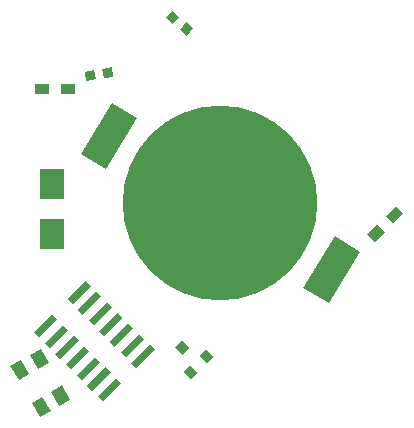
<source format=gbp>
G04 #@! TF.FileFunction,Paste,Bot*
%FSLAX46Y46*%
G04 Gerber Fmt 4.6, Leading zero omitted, Abs format (unit mm)*
G04 Created by KiCad (PCBNEW 4.0.5+dfsg1-4) date Sun Sep 22 01:50:27 2019*
%MOMM*%
%LPD*%
G01*
G04 APERTURE LIST*
%ADD10C,0.100000*%
%ADD11R,2.029460X2.651760*%
%ADD12R,1.200000X0.900000*%
%ADD13C,16.500000*%
G04 APERTURE END LIST*
D10*
G36*
X153617899Y-113354710D02*
X153052213Y-113920396D01*
X152415817Y-113284000D01*
X152981503Y-112718314D01*
X153617899Y-113354710D01*
X153617899Y-113354710D01*
G37*
G36*
X152274396Y-114698213D02*
X151708710Y-115263899D01*
X151072314Y-114627503D01*
X151638000Y-114061817D01*
X152274396Y-114698213D01*
X152274396Y-114698213D01*
G37*
G36*
X151531934Y-112612248D02*
X150966248Y-113177934D01*
X150329852Y-112541538D01*
X150895538Y-111975852D01*
X151531934Y-112612248D01*
X151531934Y-112612248D01*
G37*
D11*
X139954000Y-102923340D03*
X139954000Y-98752660D03*
D10*
G36*
X148608239Y-112728178D02*
X147052605Y-114283812D01*
X146628341Y-113859548D01*
X148183975Y-112303914D01*
X148608239Y-112728178D01*
X148608239Y-112728178D01*
G37*
G36*
X145779812Y-115556605D02*
X144224178Y-117112239D01*
X143799914Y-116687975D01*
X145355548Y-115132341D01*
X145779812Y-115556605D01*
X145779812Y-115556605D01*
G37*
G36*
X147710214Y-111830153D02*
X146154580Y-113385787D01*
X145730316Y-112961523D01*
X147285950Y-111405889D01*
X147710214Y-111830153D01*
X147710214Y-111830153D01*
G37*
G36*
X144881787Y-114658580D02*
X143326153Y-116214214D01*
X142901889Y-115789950D01*
X144457523Y-114234316D01*
X144881787Y-114658580D01*
X144881787Y-114658580D01*
G37*
G36*
X146812188Y-110932127D02*
X145256554Y-112487761D01*
X144832290Y-112063497D01*
X146387924Y-110507863D01*
X146812188Y-110932127D01*
X146812188Y-110932127D01*
G37*
G36*
X143983761Y-113760554D02*
X142428127Y-115316188D01*
X142003863Y-114891924D01*
X143559497Y-113336290D01*
X143983761Y-113760554D01*
X143983761Y-113760554D01*
G37*
G36*
X145914163Y-110034101D02*
X144358529Y-111589735D01*
X143934265Y-111165471D01*
X145489899Y-109609837D01*
X145914163Y-110034101D01*
X145914163Y-110034101D01*
G37*
G36*
X143085735Y-112862529D02*
X141530101Y-114418163D01*
X141105837Y-113993899D01*
X142661471Y-112438265D01*
X143085735Y-112862529D01*
X143085735Y-112862529D01*
G37*
G36*
X145016137Y-109136076D02*
X143460503Y-110691710D01*
X143036239Y-110267446D01*
X144591873Y-108711812D01*
X145016137Y-109136076D01*
X145016137Y-109136076D01*
G37*
G36*
X142187710Y-111964503D02*
X140632076Y-113520137D01*
X140207812Y-113095873D01*
X141763446Y-111540239D01*
X142187710Y-111964503D01*
X142187710Y-111964503D01*
G37*
G36*
X144118111Y-108238050D02*
X142562477Y-109793684D01*
X142138213Y-109369420D01*
X143693847Y-107813786D01*
X144118111Y-108238050D01*
X144118111Y-108238050D01*
G37*
G36*
X141289684Y-111066477D02*
X139734050Y-112622111D01*
X139309786Y-112197847D01*
X140865420Y-110642213D01*
X141289684Y-111066477D01*
X141289684Y-111066477D01*
G37*
G36*
X143220086Y-107340025D02*
X141664452Y-108895659D01*
X141240188Y-108471395D01*
X142795822Y-106915761D01*
X143220086Y-107340025D01*
X143220086Y-107340025D01*
G37*
G36*
X140391659Y-110168452D02*
X138836025Y-111724086D01*
X138411761Y-111299822D01*
X139967395Y-109744188D01*
X140391659Y-110168452D01*
X140391659Y-110168452D01*
G37*
G36*
X151855811Y-85552489D02*
X151343149Y-86163455D01*
X150732183Y-85650793D01*
X151244845Y-85039827D01*
X151855811Y-85552489D01*
X151855811Y-85552489D01*
G37*
G36*
X150707817Y-84589207D02*
X150195155Y-85200173D01*
X149584189Y-84687511D01*
X150096851Y-84076545D01*
X150707817Y-84589207D01*
X150707817Y-84589207D01*
G37*
G36*
X142828438Y-90003469D02*
X142703672Y-89215729D01*
X143491412Y-89090963D01*
X143616178Y-89878703D01*
X142828438Y-90003469D01*
X142828438Y-90003469D01*
G37*
G36*
X144308588Y-89769037D02*
X144183822Y-88981297D01*
X144971562Y-88856531D01*
X145096328Y-89644271D01*
X144308588Y-89769037D01*
X144308588Y-89769037D01*
G37*
G36*
X141465387Y-116997564D02*
X140556061Y-117522564D01*
X139856061Y-116310128D01*
X140765387Y-115785128D01*
X141465387Y-116997564D01*
X141465387Y-116997564D01*
G37*
G36*
X139665387Y-113879872D02*
X138756061Y-114404872D01*
X138056061Y-113192436D01*
X138965387Y-112667436D01*
X139665387Y-113879872D01*
X139665387Y-113879872D01*
G37*
G36*
X139819939Y-117947564D02*
X138910613Y-118472564D01*
X138210613Y-117260128D01*
X139119939Y-116735128D01*
X139819939Y-117947564D01*
X139819939Y-117947564D01*
G37*
G36*
X138019939Y-114829872D02*
X137110613Y-115354872D01*
X136410613Y-114142436D01*
X137319939Y-113617436D01*
X138019939Y-114829872D01*
X138019939Y-114829872D01*
G37*
G36*
X169031883Y-100587721D02*
X169668279Y-101224117D01*
X168819751Y-102072645D01*
X168183355Y-101436249D01*
X169031883Y-100587721D01*
X169031883Y-100587721D01*
G37*
G36*
X167476249Y-102143355D02*
X168112645Y-102779751D01*
X167264117Y-103628279D01*
X166627721Y-102991883D01*
X167476249Y-102143355D01*
X167476249Y-102143355D01*
G37*
D12*
X141308000Y-90678000D03*
X139108000Y-90678000D03*
D10*
G36*
X142364354Y-96206560D02*
X144991048Y-91835007D01*
X147133966Y-93122602D01*
X144507272Y-97494155D01*
X142364354Y-96206560D01*
X142364354Y-96206560D01*
G37*
G36*
X161222034Y-107537398D02*
X163848728Y-103165845D01*
X165991646Y-104453440D01*
X163364952Y-108824993D01*
X161222034Y-107537398D01*
X161222034Y-107537398D01*
G37*
D13*
X154178000Y-100330000D03*
M02*

</source>
